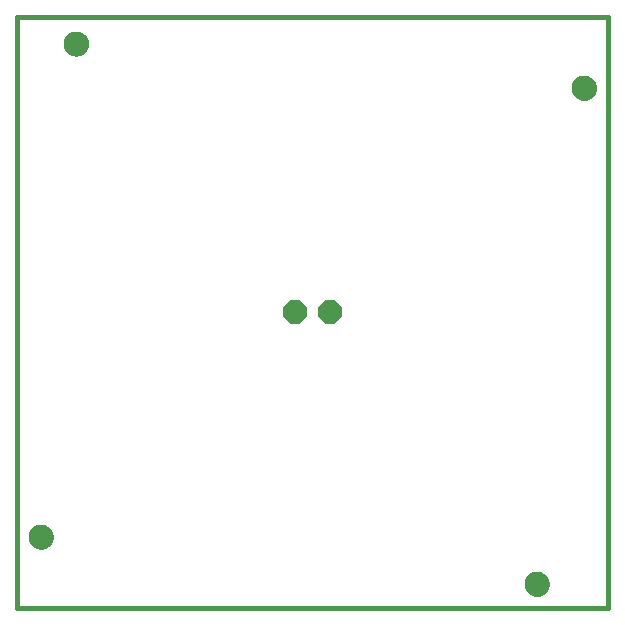
<source format=gbs>
G75*
%MOIN*%
%OFA0B0*%
%FSLAX25Y25*%
%IPPOS*%
%LPD*%
%AMOC8*
5,1,8,0,0,1.08239X$1,22.5*
%
%ADD10C,0.01600*%
%ADD11C,0.00000*%
%ADD12C,0.08274*%
%ADD13OC8,0.08000*%
D10*
X0005000Y0005000D02*
X0201850Y0005000D01*
X0201850Y0201850D01*
X0005000Y0201850D01*
X0005000Y0005000D01*
D11*
X0008937Y0028622D02*
X0008939Y0028747D01*
X0008945Y0028872D01*
X0008955Y0028996D01*
X0008969Y0029120D01*
X0008986Y0029244D01*
X0009008Y0029367D01*
X0009034Y0029489D01*
X0009063Y0029611D01*
X0009096Y0029731D01*
X0009134Y0029850D01*
X0009174Y0029969D01*
X0009219Y0030085D01*
X0009267Y0030200D01*
X0009319Y0030314D01*
X0009375Y0030426D01*
X0009434Y0030536D01*
X0009496Y0030644D01*
X0009562Y0030751D01*
X0009631Y0030855D01*
X0009704Y0030956D01*
X0009779Y0031056D01*
X0009858Y0031153D01*
X0009940Y0031247D01*
X0010025Y0031339D01*
X0010112Y0031428D01*
X0010203Y0031514D01*
X0010296Y0031597D01*
X0010392Y0031678D01*
X0010490Y0031755D01*
X0010590Y0031829D01*
X0010693Y0031900D01*
X0010798Y0031967D01*
X0010906Y0032032D01*
X0011015Y0032092D01*
X0011126Y0032150D01*
X0011239Y0032203D01*
X0011353Y0032253D01*
X0011469Y0032300D01*
X0011586Y0032342D01*
X0011705Y0032381D01*
X0011825Y0032417D01*
X0011946Y0032448D01*
X0012068Y0032476D01*
X0012190Y0032499D01*
X0012314Y0032519D01*
X0012438Y0032535D01*
X0012562Y0032547D01*
X0012687Y0032555D01*
X0012812Y0032559D01*
X0012936Y0032559D01*
X0013061Y0032555D01*
X0013186Y0032547D01*
X0013310Y0032535D01*
X0013434Y0032519D01*
X0013558Y0032499D01*
X0013680Y0032476D01*
X0013802Y0032448D01*
X0013923Y0032417D01*
X0014043Y0032381D01*
X0014162Y0032342D01*
X0014279Y0032300D01*
X0014395Y0032253D01*
X0014509Y0032203D01*
X0014622Y0032150D01*
X0014733Y0032092D01*
X0014843Y0032032D01*
X0014950Y0031967D01*
X0015055Y0031900D01*
X0015158Y0031829D01*
X0015258Y0031755D01*
X0015356Y0031678D01*
X0015452Y0031597D01*
X0015545Y0031514D01*
X0015636Y0031428D01*
X0015723Y0031339D01*
X0015808Y0031247D01*
X0015890Y0031153D01*
X0015969Y0031056D01*
X0016044Y0030956D01*
X0016117Y0030855D01*
X0016186Y0030751D01*
X0016252Y0030644D01*
X0016314Y0030536D01*
X0016373Y0030426D01*
X0016429Y0030314D01*
X0016481Y0030200D01*
X0016529Y0030085D01*
X0016574Y0029969D01*
X0016614Y0029850D01*
X0016652Y0029731D01*
X0016685Y0029611D01*
X0016714Y0029489D01*
X0016740Y0029367D01*
X0016762Y0029244D01*
X0016779Y0029120D01*
X0016793Y0028996D01*
X0016803Y0028872D01*
X0016809Y0028747D01*
X0016811Y0028622D01*
X0016809Y0028497D01*
X0016803Y0028372D01*
X0016793Y0028248D01*
X0016779Y0028124D01*
X0016762Y0028000D01*
X0016740Y0027877D01*
X0016714Y0027755D01*
X0016685Y0027633D01*
X0016652Y0027513D01*
X0016614Y0027394D01*
X0016574Y0027275D01*
X0016529Y0027159D01*
X0016481Y0027044D01*
X0016429Y0026930D01*
X0016373Y0026818D01*
X0016314Y0026708D01*
X0016252Y0026600D01*
X0016186Y0026493D01*
X0016117Y0026389D01*
X0016044Y0026288D01*
X0015969Y0026188D01*
X0015890Y0026091D01*
X0015808Y0025997D01*
X0015723Y0025905D01*
X0015636Y0025816D01*
X0015545Y0025730D01*
X0015452Y0025647D01*
X0015356Y0025566D01*
X0015258Y0025489D01*
X0015158Y0025415D01*
X0015055Y0025344D01*
X0014950Y0025277D01*
X0014842Y0025212D01*
X0014733Y0025152D01*
X0014622Y0025094D01*
X0014509Y0025041D01*
X0014395Y0024991D01*
X0014279Y0024944D01*
X0014162Y0024902D01*
X0014043Y0024863D01*
X0013923Y0024827D01*
X0013802Y0024796D01*
X0013680Y0024768D01*
X0013558Y0024745D01*
X0013434Y0024725D01*
X0013310Y0024709D01*
X0013186Y0024697D01*
X0013061Y0024689D01*
X0012936Y0024685D01*
X0012812Y0024685D01*
X0012687Y0024689D01*
X0012562Y0024697D01*
X0012438Y0024709D01*
X0012314Y0024725D01*
X0012190Y0024745D01*
X0012068Y0024768D01*
X0011946Y0024796D01*
X0011825Y0024827D01*
X0011705Y0024863D01*
X0011586Y0024902D01*
X0011469Y0024944D01*
X0011353Y0024991D01*
X0011239Y0025041D01*
X0011126Y0025094D01*
X0011015Y0025152D01*
X0010905Y0025212D01*
X0010798Y0025277D01*
X0010693Y0025344D01*
X0010590Y0025415D01*
X0010490Y0025489D01*
X0010392Y0025566D01*
X0010296Y0025647D01*
X0010203Y0025730D01*
X0010112Y0025816D01*
X0010025Y0025905D01*
X0009940Y0025997D01*
X0009858Y0026091D01*
X0009779Y0026188D01*
X0009704Y0026288D01*
X0009631Y0026389D01*
X0009562Y0026493D01*
X0009496Y0026600D01*
X0009434Y0026708D01*
X0009375Y0026818D01*
X0009319Y0026930D01*
X0009267Y0027044D01*
X0009219Y0027159D01*
X0009174Y0027275D01*
X0009134Y0027394D01*
X0009096Y0027513D01*
X0009063Y0027633D01*
X0009034Y0027755D01*
X0009008Y0027877D01*
X0008986Y0028000D01*
X0008969Y0028124D01*
X0008955Y0028248D01*
X0008945Y0028372D01*
X0008939Y0028497D01*
X0008937Y0028622D01*
X0020748Y0192992D02*
X0020750Y0193117D01*
X0020756Y0193242D01*
X0020766Y0193366D01*
X0020780Y0193490D01*
X0020797Y0193614D01*
X0020819Y0193737D01*
X0020845Y0193859D01*
X0020874Y0193981D01*
X0020907Y0194101D01*
X0020945Y0194220D01*
X0020985Y0194339D01*
X0021030Y0194455D01*
X0021078Y0194570D01*
X0021130Y0194684D01*
X0021186Y0194796D01*
X0021245Y0194906D01*
X0021307Y0195014D01*
X0021373Y0195121D01*
X0021442Y0195225D01*
X0021515Y0195326D01*
X0021590Y0195426D01*
X0021669Y0195523D01*
X0021751Y0195617D01*
X0021836Y0195709D01*
X0021923Y0195798D01*
X0022014Y0195884D01*
X0022107Y0195967D01*
X0022203Y0196048D01*
X0022301Y0196125D01*
X0022401Y0196199D01*
X0022504Y0196270D01*
X0022609Y0196337D01*
X0022717Y0196402D01*
X0022826Y0196462D01*
X0022937Y0196520D01*
X0023050Y0196573D01*
X0023164Y0196623D01*
X0023280Y0196670D01*
X0023397Y0196712D01*
X0023516Y0196751D01*
X0023636Y0196787D01*
X0023757Y0196818D01*
X0023879Y0196846D01*
X0024001Y0196869D01*
X0024125Y0196889D01*
X0024249Y0196905D01*
X0024373Y0196917D01*
X0024498Y0196925D01*
X0024623Y0196929D01*
X0024747Y0196929D01*
X0024872Y0196925D01*
X0024997Y0196917D01*
X0025121Y0196905D01*
X0025245Y0196889D01*
X0025369Y0196869D01*
X0025491Y0196846D01*
X0025613Y0196818D01*
X0025734Y0196787D01*
X0025854Y0196751D01*
X0025973Y0196712D01*
X0026090Y0196670D01*
X0026206Y0196623D01*
X0026320Y0196573D01*
X0026433Y0196520D01*
X0026544Y0196462D01*
X0026654Y0196402D01*
X0026761Y0196337D01*
X0026866Y0196270D01*
X0026969Y0196199D01*
X0027069Y0196125D01*
X0027167Y0196048D01*
X0027263Y0195967D01*
X0027356Y0195884D01*
X0027447Y0195798D01*
X0027534Y0195709D01*
X0027619Y0195617D01*
X0027701Y0195523D01*
X0027780Y0195426D01*
X0027855Y0195326D01*
X0027928Y0195225D01*
X0027997Y0195121D01*
X0028063Y0195014D01*
X0028125Y0194906D01*
X0028184Y0194796D01*
X0028240Y0194684D01*
X0028292Y0194570D01*
X0028340Y0194455D01*
X0028385Y0194339D01*
X0028425Y0194220D01*
X0028463Y0194101D01*
X0028496Y0193981D01*
X0028525Y0193859D01*
X0028551Y0193737D01*
X0028573Y0193614D01*
X0028590Y0193490D01*
X0028604Y0193366D01*
X0028614Y0193242D01*
X0028620Y0193117D01*
X0028622Y0192992D01*
X0028620Y0192867D01*
X0028614Y0192742D01*
X0028604Y0192618D01*
X0028590Y0192494D01*
X0028573Y0192370D01*
X0028551Y0192247D01*
X0028525Y0192125D01*
X0028496Y0192003D01*
X0028463Y0191883D01*
X0028425Y0191764D01*
X0028385Y0191645D01*
X0028340Y0191529D01*
X0028292Y0191414D01*
X0028240Y0191300D01*
X0028184Y0191188D01*
X0028125Y0191078D01*
X0028063Y0190970D01*
X0027997Y0190863D01*
X0027928Y0190759D01*
X0027855Y0190658D01*
X0027780Y0190558D01*
X0027701Y0190461D01*
X0027619Y0190367D01*
X0027534Y0190275D01*
X0027447Y0190186D01*
X0027356Y0190100D01*
X0027263Y0190017D01*
X0027167Y0189936D01*
X0027069Y0189859D01*
X0026969Y0189785D01*
X0026866Y0189714D01*
X0026761Y0189647D01*
X0026653Y0189582D01*
X0026544Y0189522D01*
X0026433Y0189464D01*
X0026320Y0189411D01*
X0026206Y0189361D01*
X0026090Y0189314D01*
X0025973Y0189272D01*
X0025854Y0189233D01*
X0025734Y0189197D01*
X0025613Y0189166D01*
X0025491Y0189138D01*
X0025369Y0189115D01*
X0025245Y0189095D01*
X0025121Y0189079D01*
X0024997Y0189067D01*
X0024872Y0189059D01*
X0024747Y0189055D01*
X0024623Y0189055D01*
X0024498Y0189059D01*
X0024373Y0189067D01*
X0024249Y0189079D01*
X0024125Y0189095D01*
X0024001Y0189115D01*
X0023879Y0189138D01*
X0023757Y0189166D01*
X0023636Y0189197D01*
X0023516Y0189233D01*
X0023397Y0189272D01*
X0023280Y0189314D01*
X0023164Y0189361D01*
X0023050Y0189411D01*
X0022937Y0189464D01*
X0022826Y0189522D01*
X0022716Y0189582D01*
X0022609Y0189647D01*
X0022504Y0189714D01*
X0022401Y0189785D01*
X0022301Y0189859D01*
X0022203Y0189936D01*
X0022107Y0190017D01*
X0022014Y0190100D01*
X0021923Y0190186D01*
X0021836Y0190275D01*
X0021751Y0190367D01*
X0021669Y0190461D01*
X0021590Y0190558D01*
X0021515Y0190658D01*
X0021442Y0190759D01*
X0021373Y0190863D01*
X0021307Y0190970D01*
X0021245Y0191078D01*
X0021186Y0191188D01*
X0021130Y0191300D01*
X0021078Y0191414D01*
X0021030Y0191529D01*
X0020985Y0191645D01*
X0020945Y0191764D01*
X0020907Y0191883D01*
X0020874Y0192003D01*
X0020845Y0192125D01*
X0020819Y0192247D01*
X0020797Y0192370D01*
X0020780Y0192494D01*
X0020766Y0192618D01*
X0020756Y0192742D01*
X0020750Y0192867D01*
X0020748Y0192992D01*
X0190039Y0178228D02*
X0190041Y0178353D01*
X0190047Y0178478D01*
X0190057Y0178602D01*
X0190071Y0178726D01*
X0190088Y0178850D01*
X0190110Y0178973D01*
X0190136Y0179095D01*
X0190165Y0179217D01*
X0190198Y0179337D01*
X0190236Y0179456D01*
X0190276Y0179575D01*
X0190321Y0179691D01*
X0190369Y0179806D01*
X0190421Y0179920D01*
X0190477Y0180032D01*
X0190536Y0180142D01*
X0190598Y0180250D01*
X0190664Y0180357D01*
X0190733Y0180461D01*
X0190806Y0180562D01*
X0190881Y0180662D01*
X0190960Y0180759D01*
X0191042Y0180853D01*
X0191127Y0180945D01*
X0191214Y0181034D01*
X0191305Y0181120D01*
X0191398Y0181203D01*
X0191494Y0181284D01*
X0191592Y0181361D01*
X0191692Y0181435D01*
X0191795Y0181506D01*
X0191900Y0181573D01*
X0192008Y0181638D01*
X0192117Y0181698D01*
X0192228Y0181756D01*
X0192341Y0181809D01*
X0192455Y0181859D01*
X0192571Y0181906D01*
X0192688Y0181948D01*
X0192807Y0181987D01*
X0192927Y0182023D01*
X0193048Y0182054D01*
X0193170Y0182082D01*
X0193292Y0182105D01*
X0193416Y0182125D01*
X0193540Y0182141D01*
X0193664Y0182153D01*
X0193789Y0182161D01*
X0193914Y0182165D01*
X0194038Y0182165D01*
X0194163Y0182161D01*
X0194288Y0182153D01*
X0194412Y0182141D01*
X0194536Y0182125D01*
X0194660Y0182105D01*
X0194782Y0182082D01*
X0194904Y0182054D01*
X0195025Y0182023D01*
X0195145Y0181987D01*
X0195264Y0181948D01*
X0195381Y0181906D01*
X0195497Y0181859D01*
X0195611Y0181809D01*
X0195724Y0181756D01*
X0195835Y0181698D01*
X0195945Y0181638D01*
X0196052Y0181573D01*
X0196157Y0181506D01*
X0196260Y0181435D01*
X0196360Y0181361D01*
X0196458Y0181284D01*
X0196554Y0181203D01*
X0196647Y0181120D01*
X0196738Y0181034D01*
X0196825Y0180945D01*
X0196910Y0180853D01*
X0196992Y0180759D01*
X0197071Y0180662D01*
X0197146Y0180562D01*
X0197219Y0180461D01*
X0197288Y0180357D01*
X0197354Y0180250D01*
X0197416Y0180142D01*
X0197475Y0180032D01*
X0197531Y0179920D01*
X0197583Y0179806D01*
X0197631Y0179691D01*
X0197676Y0179575D01*
X0197716Y0179456D01*
X0197754Y0179337D01*
X0197787Y0179217D01*
X0197816Y0179095D01*
X0197842Y0178973D01*
X0197864Y0178850D01*
X0197881Y0178726D01*
X0197895Y0178602D01*
X0197905Y0178478D01*
X0197911Y0178353D01*
X0197913Y0178228D01*
X0197911Y0178103D01*
X0197905Y0177978D01*
X0197895Y0177854D01*
X0197881Y0177730D01*
X0197864Y0177606D01*
X0197842Y0177483D01*
X0197816Y0177361D01*
X0197787Y0177239D01*
X0197754Y0177119D01*
X0197716Y0177000D01*
X0197676Y0176881D01*
X0197631Y0176765D01*
X0197583Y0176650D01*
X0197531Y0176536D01*
X0197475Y0176424D01*
X0197416Y0176314D01*
X0197354Y0176206D01*
X0197288Y0176099D01*
X0197219Y0175995D01*
X0197146Y0175894D01*
X0197071Y0175794D01*
X0196992Y0175697D01*
X0196910Y0175603D01*
X0196825Y0175511D01*
X0196738Y0175422D01*
X0196647Y0175336D01*
X0196554Y0175253D01*
X0196458Y0175172D01*
X0196360Y0175095D01*
X0196260Y0175021D01*
X0196157Y0174950D01*
X0196052Y0174883D01*
X0195944Y0174818D01*
X0195835Y0174758D01*
X0195724Y0174700D01*
X0195611Y0174647D01*
X0195497Y0174597D01*
X0195381Y0174550D01*
X0195264Y0174508D01*
X0195145Y0174469D01*
X0195025Y0174433D01*
X0194904Y0174402D01*
X0194782Y0174374D01*
X0194660Y0174351D01*
X0194536Y0174331D01*
X0194412Y0174315D01*
X0194288Y0174303D01*
X0194163Y0174295D01*
X0194038Y0174291D01*
X0193914Y0174291D01*
X0193789Y0174295D01*
X0193664Y0174303D01*
X0193540Y0174315D01*
X0193416Y0174331D01*
X0193292Y0174351D01*
X0193170Y0174374D01*
X0193048Y0174402D01*
X0192927Y0174433D01*
X0192807Y0174469D01*
X0192688Y0174508D01*
X0192571Y0174550D01*
X0192455Y0174597D01*
X0192341Y0174647D01*
X0192228Y0174700D01*
X0192117Y0174758D01*
X0192007Y0174818D01*
X0191900Y0174883D01*
X0191795Y0174950D01*
X0191692Y0175021D01*
X0191592Y0175095D01*
X0191494Y0175172D01*
X0191398Y0175253D01*
X0191305Y0175336D01*
X0191214Y0175422D01*
X0191127Y0175511D01*
X0191042Y0175603D01*
X0190960Y0175697D01*
X0190881Y0175794D01*
X0190806Y0175894D01*
X0190733Y0175995D01*
X0190664Y0176099D01*
X0190598Y0176206D01*
X0190536Y0176314D01*
X0190477Y0176424D01*
X0190421Y0176536D01*
X0190369Y0176650D01*
X0190321Y0176765D01*
X0190276Y0176881D01*
X0190236Y0177000D01*
X0190198Y0177119D01*
X0190165Y0177239D01*
X0190136Y0177361D01*
X0190110Y0177483D01*
X0190088Y0177606D01*
X0190071Y0177730D01*
X0190057Y0177854D01*
X0190047Y0177978D01*
X0190041Y0178103D01*
X0190039Y0178228D01*
X0174291Y0012874D02*
X0174293Y0012999D01*
X0174299Y0013124D01*
X0174309Y0013248D01*
X0174323Y0013372D01*
X0174340Y0013496D01*
X0174362Y0013619D01*
X0174388Y0013741D01*
X0174417Y0013863D01*
X0174450Y0013983D01*
X0174488Y0014102D01*
X0174528Y0014221D01*
X0174573Y0014337D01*
X0174621Y0014452D01*
X0174673Y0014566D01*
X0174729Y0014678D01*
X0174788Y0014788D01*
X0174850Y0014896D01*
X0174916Y0015003D01*
X0174985Y0015107D01*
X0175058Y0015208D01*
X0175133Y0015308D01*
X0175212Y0015405D01*
X0175294Y0015499D01*
X0175379Y0015591D01*
X0175466Y0015680D01*
X0175557Y0015766D01*
X0175650Y0015849D01*
X0175746Y0015930D01*
X0175844Y0016007D01*
X0175944Y0016081D01*
X0176047Y0016152D01*
X0176152Y0016219D01*
X0176260Y0016284D01*
X0176369Y0016344D01*
X0176480Y0016402D01*
X0176593Y0016455D01*
X0176707Y0016505D01*
X0176823Y0016552D01*
X0176940Y0016594D01*
X0177059Y0016633D01*
X0177179Y0016669D01*
X0177300Y0016700D01*
X0177422Y0016728D01*
X0177544Y0016751D01*
X0177668Y0016771D01*
X0177792Y0016787D01*
X0177916Y0016799D01*
X0178041Y0016807D01*
X0178166Y0016811D01*
X0178290Y0016811D01*
X0178415Y0016807D01*
X0178540Y0016799D01*
X0178664Y0016787D01*
X0178788Y0016771D01*
X0178912Y0016751D01*
X0179034Y0016728D01*
X0179156Y0016700D01*
X0179277Y0016669D01*
X0179397Y0016633D01*
X0179516Y0016594D01*
X0179633Y0016552D01*
X0179749Y0016505D01*
X0179863Y0016455D01*
X0179976Y0016402D01*
X0180087Y0016344D01*
X0180197Y0016284D01*
X0180304Y0016219D01*
X0180409Y0016152D01*
X0180512Y0016081D01*
X0180612Y0016007D01*
X0180710Y0015930D01*
X0180806Y0015849D01*
X0180899Y0015766D01*
X0180990Y0015680D01*
X0181077Y0015591D01*
X0181162Y0015499D01*
X0181244Y0015405D01*
X0181323Y0015308D01*
X0181398Y0015208D01*
X0181471Y0015107D01*
X0181540Y0015003D01*
X0181606Y0014896D01*
X0181668Y0014788D01*
X0181727Y0014678D01*
X0181783Y0014566D01*
X0181835Y0014452D01*
X0181883Y0014337D01*
X0181928Y0014221D01*
X0181968Y0014102D01*
X0182006Y0013983D01*
X0182039Y0013863D01*
X0182068Y0013741D01*
X0182094Y0013619D01*
X0182116Y0013496D01*
X0182133Y0013372D01*
X0182147Y0013248D01*
X0182157Y0013124D01*
X0182163Y0012999D01*
X0182165Y0012874D01*
X0182163Y0012749D01*
X0182157Y0012624D01*
X0182147Y0012500D01*
X0182133Y0012376D01*
X0182116Y0012252D01*
X0182094Y0012129D01*
X0182068Y0012007D01*
X0182039Y0011885D01*
X0182006Y0011765D01*
X0181968Y0011646D01*
X0181928Y0011527D01*
X0181883Y0011411D01*
X0181835Y0011296D01*
X0181783Y0011182D01*
X0181727Y0011070D01*
X0181668Y0010960D01*
X0181606Y0010852D01*
X0181540Y0010745D01*
X0181471Y0010641D01*
X0181398Y0010540D01*
X0181323Y0010440D01*
X0181244Y0010343D01*
X0181162Y0010249D01*
X0181077Y0010157D01*
X0180990Y0010068D01*
X0180899Y0009982D01*
X0180806Y0009899D01*
X0180710Y0009818D01*
X0180612Y0009741D01*
X0180512Y0009667D01*
X0180409Y0009596D01*
X0180304Y0009529D01*
X0180196Y0009464D01*
X0180087Y0009404D01*
X0179976Y0009346D01*
X0179863Y0009293D01*
X0179749Y0009243D01*
X0179633Y0009196D01*
X0179516Y0009154D01*
X0179397Y0009115D01*
X0179277Y0009079D01*
X0179156Y0009048D01*
X0179034Y0009020D01*
X0178912Y0008997D01*
X0178788Y0008977D01*
X0178664Y0008961D01*
X0178540Y0008949D01*
X0178415Y0008941D01*
X0178290Y0008937D01*
X0178166Y0008937D01*
X0178041Y0008941D01*
X0177916Y0008949D01*
X0177792Y0008961D01*
X0177668Y0008977D01*
X0177544Y0008997D01*
X0177422Y0009020D01*
X0177300Y0009048D01*
X0177179Y0009079D01*
X0177059Y0009115D01*
X0176940Y0009154D01*
X0176823Y0009196D01*
X0176707Y0009243D01*
X0176593Y0009293D01*
X0176480Y0009346D01*
X0176369Y0009404D01*
X0176259Y0009464D01*
X0176152Y0009529D01*
X0176047Y0009596D01*
X0175944Y0009667D01*
X0175844Y0009741D01*
X0175746Y0009818D01*
X0175650Y0009899D01*
X0175557Y0009982D01*
X0175466Y0010068D01*
X0175379Y0010157D01*
X0175294Y0010249D01*
X0175212Y0010343D01*
X0175133Y0010440D01*
X0175058Y0010540D01*
X0174985Y0010641D01*
X0174916Y0010745D01*
X0174850Y0010852D01*
X0174788Y0010960D01*
X0174729Y0011070D01*
X0174673Y0011182D01*
X0174621Y0011296D01*
X0174573Y0011411D01*
X0174528Y0011527D01*
X0174488Y0011646D01*
X0174450Y0011765D01*
X0174417Y0011885D01*
X0174388Y0012007D01*
X0174362Y0012129D01*
X0174340Y0012252D01*
X0174323Y0012376D01*
X0174309Y0012500D01*
X0174299Y0012624D01*
X0174293Y0012749D01*
X0174291Y0012874D01*
D12*
X0178228Y0012874D03*
X0012874Y0028622D03*
X0024685Y0192992D03*
X0193976Y0178228D03*
D13*
X0109331Y0103425D03*
X0097520Y0103425D03*
M02*

</source>
